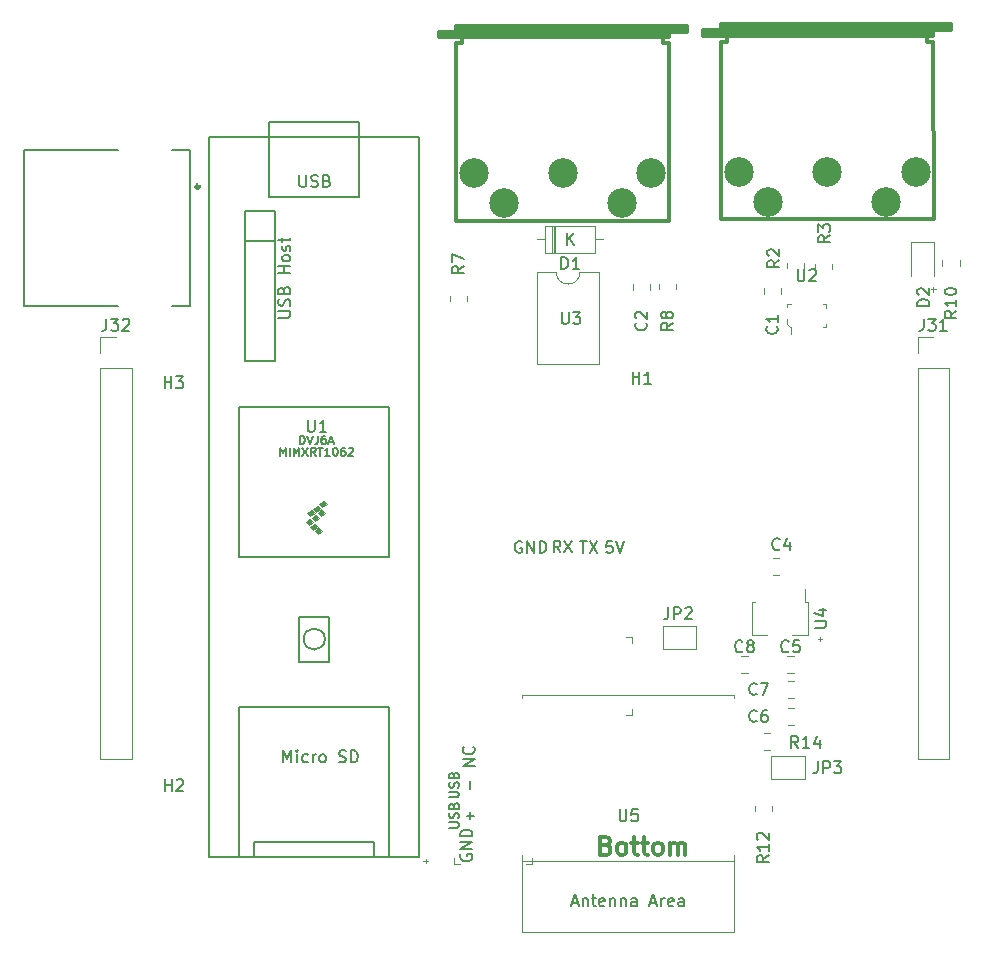
<source format=gbr>
%TF.GenerationSoftware,KiCad,Pcbnew,(6.0.2)*%
%TF.CreationDate,2023-01-30T01:25:14-05:00*%
%TF.ProjectId,bottom,626f7474-6f6d-42e6-9b69-6361645f7063,rev?*%
%TF.SameCoordinates,Original*%
%TF.FileFunction,Legend,Top*%
%TF.FilePolarity,Positive*%
%FSLAX46Y46*%
G04 Gerber Fmt 4.6, Leading zero omitted, Abs format (unit mm)*
G04 Created by KiCad (PCBNEW (6.0.2)) date 2023-01-30 01:25:14*
%MOMM*%
%LPD*%
G01*
G04 APERTURE LIST*
%ADD10C,0.200000*%
%ADD11C,0.300000*%
%ADD12C,0.125000*%
%ADD13C,0.150000*%
%ADD14C,0.120000*%
%ADD15C,0.100000*%
%ADD16C,0.304800*%
%ADD17C,0.127000*%
%ADD18C,2.499360*%
G04 APERTURE END LIST*
D10*
X144409860Y-134741904D02*
X144362240Y-134837142D01*
X144362240Y-134980000D01*
X144409860Y-135122857D01*
X144505098Y-135218095D01*
X144600336Y-135265714D01*
X144790812Y-135313333D01*
X144933669Y-135313333D01*
X145124145Y-135265714D01*
X145219383Y-135218095D01*
X145314621Y-135122857D01*
X145362240Y-134980000D01*
X145362240Y-134884761D01*
X145314621Y-134741904D01*
X145267002Y-134694285D01*
X144933669Y-134694285D01*
X144933669Y-134884761D01*
X145362240Y-134265714D02*
X144362240Y-134265714D01*
X145362240Y-133694285D01*
X144362240Y-133694285D01*
X145362240Y-133218095D02*
X144362240Y-133218095D01*
X144362240Y-132980000D01*
X144409860Y-132837142D01*
X144505098Y-132741904D01*
X144600336Y-132694285D01*
X144790812Y-132646666D01*
X144933669Y-132646666D01*
X145124145Y-132694285D01*
X145219383Y-132741904D01*
X145314621Y-132837142D01*
X145362240Y-132980000D01*
X145362240Y-133218095D01*
X152835733Y-109182380D02*
X152502400Y-108706190D01*
X152264304Y-109182380D02*
X152264304Y-108182380D01*
X152645257Y-108182380D01*
X152740495Y-108230000D01*
X152788114Y-108277619D01*
X152835733Y-108372857D01*
X152835733Y-108515714D01*
X152788114Y-108610952D01*
X152740495Y-108658571D01*
X152645257Y-108706190D01*
X152264304Y-108706190D01*
X153169066Y-108182380D02*
X153835733Y-109182380D01*
X153835733Y-108182380D02*
X153169066Y-109182380D01*
X154490495Y-108232380D02*
X155061923Y-108232380D01*
X154776209Y-109232380D02*
X154776209Y-108232380D01*
X155300019Y-108232380D02*
X155966685Y-109232380D01*
X155966685Y-108232380D02*
X155300019Y-109232380D01*
X145562240Y-127265714D02*
X144562240Y-127265714D01*
X145562240Y-126694285D01*
X144562240Y-126694285D01*
X145467002Y-125646666D02*
X145514621Y-125694285D01*
X145562240Y-125837142D01*
X145562240Y-125932380D01*
X145514621Y-126075238D01*
X145419383Y-126170476D01*
X145324145Y-126218095D01*
X145133669Y-126265714D01*
X144990812Y-126265714D01*
X144800336Y-126218095D01*
X144705098Y-126170476D01*
X144609860Y-126075238D01*
X144562240Y-125932380D01*
X144562240Y-125837142D01*
X144609860Y-125694285D01*
X144657479Y-125646666D01*
X157211923Y-108232380D02*
X156735733Y-108232380D01*
X156688114Y-108708571D01*
X156735733Y-108660952D01*
X156830971Y-108613333D01*
X157069066Y-108613333D01*
X157164304Y-108660952D01*
X157211923Y-108708571D01*
X157259542Y-108803809D01*
X157259542Y-109041904D01*
X157211923Y-109137142D01*
X157164304Y-109184761D01*
X157069066Y-109232380D01*
X156830971Y-109232380D01*
X156735733Y-109184761D01*
X156688114Y-109137142D01*
X157545257Y-108232380D02*
X157878590Y-109232380D01*
X158211923Y-108232380D01*
X149540495Y-108280000D02*
X149445257Y-108232380D01*
X149302400Y-108232380D01*
X149159542Y-108280000D01*
X149064304Y-108375238D01*
X149016685Y-108470476D01*
X148969066Y-108660952D01*
X148969066Y-108803809D01*
X149016685Y-108994285D01*
X149064304Y-109089523D01*
X149159542Y-109184761D01*
X149302400Y-109232380D01*
X149397638Y-109232380D01*
X149540495Y-109184761D01*
X149588114Y-109137142D01*
X149588114Y-108803809D01*
X149397638Y-108803809D01*
X150016685Y-109232380D02*
X150016685Y-108232380D01*
X150588114Y-109232380D01*
X150588114Y-108232380D01*
X151064304Y-109232380D02*
X151064304Y-108232380D01*
X151302400Y-108232380D01*
X151445257Y-108280000D01*
X151540495Y-108375238D01*
X151588114Y-108470476D01*
X151635733Y-108660952D01*
X151635733Y-108803809D01*
X151588114Y-108994285D01*
X151540495Y-109089523D01*
X151445257Y-109184761D01*
X151302400Y-109232380D01*
X151064304Y-109232380D01*
X143427764Y-129889523D02*
X144075383Y-129889523D01*
X144151574Y-129851428D01*
X144189669Y-129813333D01*
X144227764Y-129737142D01*
X144227764Y-129584761D01*
X144189669Y-129508571D01*
X144151574Y-129470476D01*
X144075383Y-129432380D01*
X143427764Y-129432380D01*
X144189669Y-129089523D02*
X144227764Y-128975238D01*
X144227764Y-128784761D01*
X144189669Y-128708571D01*
X144151574Y-128670476D01*
X144075383Y-128632380D01*
X143999193Y-128632380D01*
X143923002Y-128670476D01*
X143884907Y-128708571D01*
X143846812Y-128784761D01*
X143808717Y-128937142D01*
X143770621Y-129013333D01*
X143732526Y-129051428D01*
X143656336Y-129089523D01*
X143580145Y-129089523D01*
X143503955Y-129051428D01*
X143465860Y-129013333D01*
X143427764Y-128937142D01*
X143427764Y-128746666D01*
X143465860Y-128632380D01*
X143808717Y-128022857D02*
X143846812Y-127908571D01*
X143884907Y-127870476D01*
X143961098Y-127832380D01*
X144075383Y-127832380D01*
X144151574Y-127870476D01*
X144189669Y-127908571D01*
X144227764Y-127984761D01*
X144227764Y-128289523D01*
X143427764Y-128289523D01*
X143427764Y-128022857D01*
X143465860Y-127946666D01*
X143503955Y-127908571D01*
X143580145Y-127870476D01*
X143656336Y-127870476D01*
X143732526Y-127908571D01*
X143770621Y-127946666D01*
X143808717Y-128022857D01*
X143808717Y-128289523D01*
X145211002Y-129184761D02*
X145211002Y-128575238D01*
X143427764Y-132489523D02*
X144075383Y-132489523D01*
X144151574Y-132451428D01*
X144189669Y-132413333D01*
X144227764Y-132337142D01*
X144227764Y-132184761D01*
X144189669Y-132108571D01*
X144151574Y-132070476D01*
X144075383Y-132032380D01*
X143427764Y-132032380D01*
X144189669Y-131689523D02*
X144227764Y-131575238D01*
X144227764Y-131384761D01*
X144189669Y-131308571D01*
X144151574Y-131270476D01*
X144075383Y-131232380D01*
X143999193Y-131232380D01*
X143923002Y-131270476D01*
X143884907Y-131308571D01*
X143846812Y-131384761D01*
X143808717Y-131537142D01*
X143770621Y-131613333D01*
X143732526Y-131651428D01*
X143656336Y-131689523D01*
X143580145Y-131689523D01*
X143503955Y-131651428D01*
X143465860Y-131613333D01*
X143427764Y-131537142D01*
X143427764Y-131346666D01*
X143465860Y-131232380D01*
X143808717Y-130622857D02*
X143846812Y-130508571D01*
X143884907Y-130470476D01*
X143961098Y-130432380D01*
X144075383Y-130432380D01*
X144151574Y-130470476D01*
X144189669Y-130508571D01*
X144227764Y-130584761D01*
X144227764Y-130889523D01*
X143427764Y-130889523D01*
X143427764Y-130622857D01*
X143465860Y-130546666D01*
X143503955Y-130508571D01*
X143580145Y-130470476D01*
X143656336Y-130470476D01*
X143732526Y-130508571D01*
X143770621Y-130546666D01*
X143808717Y-130622857D01*
X143808717Y-130889523D01*
X145211002Y-131784761D02*
X145211002Y-131175238D01*
X145515764Y-131480000D02*
X144906240Y-131480000D01*
D11*
X156702717Y-133972857D02*
X156917002Y-134044285D01*
X156988431Y-134115714D01*
X157059860Y-134258571D01*
X157059860Y-134472857D01*
X156988431Y-134615714D01*
X156917002Y-134687142D01*
X156774145Y-134758571D01*
X156202717Y-134758571D01*
X156202717Y-133258571D01*
X156702717Y-133258571D01*
X156845574Y-133330000D01*
X156917002Y-133401428D01*
X156988431Y-133544285D01*
X156988431Y-133687142D01*
X156917002Y-133830000D01*
X156845574Y-133901428D01*
X156702717Y-133972857D01*
X156202717Y-133972857D01*
X157917002Y-134758571D02*
X157774145Y-134687142D01*
X157702717Y-134615714D01*
X157631288Y-134472857D01*
X157631288Y-134044285D01*
X157702717Y-133901428D01*
X157774145Y-133830000D01*
X157917002Y-133758571D01*
X158131288Y-133758571D01*
X158274145Y-133830000D01*
X158345574Y-133901428D01*
X158417002Y-134044285D01*
X158417002Y-134472857D01*
X158345574Y-134615714D01*
X158274145Y-134687142D01*
X158131288Y-134758571D01*
X157917002Y-134758571D01*
X158845574Y-133758571D02*
X159417002Y-133758571D01*
X159059860Y-133258571D02*
X159059860Y-134544285D01*
X159131288Y-134687142D01*
X159274145Y-134758571D01*
X159417002Y-134758571D01*
X159702717Y-133758571D02*
X160274145Y-133758571D01*
X159917002Y-133258571D02*
X159917002Y-134544285D01*
X159988431Y-134687142D01*
X160131288Y-134758571D01*
X160274145Y-134758571D01*
X160988431Y-134758571D02*
X160845574Y-134687142D01*
X160774145Y-134615714D01*
X160702717Y-134472857D01*
X160702717Y-134044285D01*
X160774145Y-133901428D01*
X160845574Y-133830000D01*
X160988431Y-133758571D01*
X161202717Y-133758571D01*
X161345574Y-133830000D01*
X161417002Y-133901428D01*
X161488431Y-134044285D01*
X161488431Y-134472857D01*
X161417002Y-134615714D01*
X161345574Y-134687142D01*
X161202717Y-134758571D01*
X160988431Y-134758571D01*
X162131288Y-134758571D02*
X162131288Y-133758571D01*
X162131288Y-133901428D02*
X162202717Y-133830000D01*
X162345574Y-133758571D01*
X162559860Y-133758571D01*
X162702717Y-133830000D01*
X162774145Y-133972857D01*
X162774145Y-134758571D01*
X162774145Y-133972857D02*
X162845574Y-133830000D01*
X162988431Y-133758571D01*
X163202717Y-133758571D01*
X163345574Y-133830000D01*
X163417002Y-133972857D01*
X163417002Y-134758571D01*
D12*
X174619383Y-116515714D02*
X175000336Y-116515714D01*
X174809860Y-116706190D02*
X174809860Y-116325238D01*
X141219383Y-135315714D02*
X141600336Y-135315714D01*
X141409860Y-135506190D02*
X141409860Y-135125238D01*
X184219383Y-86915714D02*
X184600336Y-86915714D01*
X184409860Y-87106190D02*
X184409860Y-86725238D01*
D13*
%TO.C,R3*%
X175662240Y-82346666D02*
X175186050Y-82680000D01*
X175662240Y-82918095D02*
X174662240Y-82918095D01*
X174662240Y-82537142D01*
X174709860Y-82441904D01*
X174757479Y-82394285D01*
X174852717Y-82346666D01*
X174995574Y-82346666D01*
X175090812Y-82394285D01*
X175138431Y-82441904D01*
X175186050Y-82537142D01*
X175186050Y-82918095D01*
X174662240Y-82013333D02*
X174662240Y-81394285D01*
X175043193Y-81727619D01*
X175043193Y-81584761D01*
X175090812Y-81489523D01*
X175138431Y-81441904D01*
X175233669Y-81394285D01*
X175471764Y-81394285D01*
X175567002Y-81441904D01*
X175614621Y-81489523D01*
X175662240Y-81584761D01*
X175662240Y-81870476D01*
X175614621Y-81965714D01*
X175567002Y-82013333D01*
%TO.C,R14*%
X172967002Y-125732380D02*
X172633669Y-125256190D01*
X172395574Y-125732380D02*
X172395574Y-124732380D01*
X172776526Y-124732380D01*
X172871764Y-124780000D01*
X172919383Y-124827619D01*
X172967002Y-124922857D01*
X172967002Y-125065714D01*
X172919383Y-125160952D01*
X172871764Y-125208571D01*
X172776526Y-125256190D01*
X172395574Y-125256190D01*
X173919383Y-125732380D02*
X173347955Y-125732380D01*
X173633669Y-125732380D02*
X173633669Y-124732380D01*
X173538431Y-124875238D01*
X173443193Y-124970476D01*
X173347955Y-125018095D01*
X174776526Y-125065714D02*
X174776526Y-125732380D01*
X174538431Y-124684761D02*
X174300336Y-125399047D01*
X174919383Y-125399047D01*
%TO.C,H2*%
X119340495Y-129382380D02*
X119340495Y-128382380D01*
X119340495Y-128858571D02*
X119911923Y-128858571D01*
X119911923Y-129382380D02*
X119911923Y-128382380D01*
X120340495Y-128477619D02*
X120388114Y-128430000D01*
X120483352Y-128382380D01*
X120721447Y-128382380D01*
X120816685Y-128430000D01*
X120864304Y-128477619D01*
X120911923Y-128572857D01*
X120911923Y-128668095D01*
X120864304Y-128810952D01*
X120292876Y-129382380D01*
X120911923Y-129382380D01*
%TO.C,U4*%
X174354780Y-115541904D02*
X175164304Y-115541904D01*
X175259542Y-115494285D01*
X175307161Y-115446666D01*
X175354780Y-115351428D01*
X175354780Y-115160952D01*
X175307161Y-115065714D01*
X175259542Y-115018095D01*
X175164304Y-114970476D01*
X174354780Y-114970476D01*
X174688114Y-114065714D02*
X175354780Y-114065714D01*
X174307161Y-114303809D02*
X175021447Y-114541904D01*
X175021447Y-113922857D01*
%TO.C,D2*%
X184062240Y-88318095D02*
X183062240Y-88318095D01*
X183062240Y-88080000D01*
X183109860Y-87937142D01*
X183205098Y-87841904D01*
X183300336Y-87794285D01*
X183490812Y-87746666D01*
X183633669Y-87746666D01*
X183824145Y-87794285D01*
X183919383Y-87841904D01*
X184014621Y-87937142D01*
X184062240Y-88080000D01*
X184062240Y-88318095D01*
X183157479Y-87365714D02*
X183109860Y-87318095D01*
X183062240Y-87222857D01*
X183062240Y-86984761D01*
X183109860Y-86889523D01*
X183157479Y-86841904D01*
X183252717Y-86794285D01*
X183347955Y-86794285D01*
X183490812Y-86841904D01*
X184062240Y-87413333D01*
X184062240Y-86794285D01*
%TO.C,C8*%
X168243193Y-117537142D02*
X168195574Y-117584761D01*
X168052717Y-117632380D01*
X167957479Y-117632380D01*
X167814621Y-117584761D01*
X167719383Y-117489523D01*
X167671764Y-117394285D01*
X167624145Y-117203809D01*
X167624145Y-117060952D01*
X167671764Y-116870476D01*
X167719383Y-116775238D01*
X167814621Y-116680000D01*
X167957479Y-116632380D01*
X168052717Y-116632380D01*
X168195574Y-116680000D01*
X168243193Y-116727619D01*
X168814621Y-117060952D02*
X168719383Y-117013333D01*
X168671764Y-116965714D01*
X168624145Y-116870476D01*
X168624145Y-116822857D01*
X168671764Y-116727619D01*
X168719383Y-116680000D01*
X168814621Y-116632380D01*
X169005098Y-116632380D01*
X169100336Y-116680000D01*
X169147955Y-116727619D01*
X169195574Y-116822857D01*
X169195574Y-116870476D01*
X169147955Y-116965714D01*
X169100336Y-117013333D01*
X169005098Y-117060952D01*
X168814621Y-117060952D01*
X168719383Y-117108571D01*
X168671764Y-117156190D01*
X168624145Y-117251428D01*
X168624145Y-117441904D01*
X168671764Y-117537142D01*
X168719383Y-117584761D01*
X168814621Y-117632380D01*
X169005098Y-117632380D01*
X169100336Y-117584761D01*
X169147955Y-117537142D01*
X169195574Y-117441904D01*
X169195574Y-117251428D01*
X169147955Y-117156190D01*
X169100336Y-117108571D01*
X169005098Y-117060952D01*
%TO.C,U2*%
X172915495Y-85207380D02*
X172915495Y-86016904D01*
X172963114Y-86112142D01*
X173010733Y-86159761D01*
X173105971Y-86207380D01*
X173296447Y-86207380D01*
X173391685Y-86159761D01*
X173439304Y-86112142D01*
X173486923Y-86016904D01*
X173486923Y-85207380D01*
X173915495Y-85302619D02*
X173963114Y-85255000D01*
X174058352Y-85207380D01*
X174296447Y-85207380D01*
X174391685Y-85255000D01*
X174439304Y-85302619D01*
X174486923Y-85397857D01*
X174486923Y-85493095D01*
X174439304Y-85635952D01*
X173867876Y-86207380D01*
X174486923Y-86207380D01*
%TO.C,C5*%
X172143193Y-117537142D02*
X172095574Y-117584761D01*
X171952717Y-117632380D01*
X171857479Y-117632380D01*
X171714621Y-117584761D01*
X171619383Y-117489523D01*
X171571764Y-117394285D01*
X171524145Y-117203809D01*
X171524145Y-117060952D01*
X171571764Y-116870476D01*
X171619383Y-116775238D01*
X171714621Y-116680000D01*
X171857479Y-116632380D01*
X171952717Y-116632380D01*
X172095574Y-116680000D01*
X172143193Y-116727619D01*
X173047955Y-116632380D02*
X172571764Y-116632380D01*
X172524145Y-117108571D01*
X172571764Y-117060952D01*
X172667002Y-117013333D01*
X172905098Y-117013333D01*
X173000336Y-117060952D01*
X173047955Y-117108571D01*
X173095574Y-117203809D01*
X173095574Y-117441904D01*
X173047955Y-117537142D01*
X173000336Y-117584761D01*
X172905098Y-117632380D01*
X172667002Y-117632380D01*
X172571764Y-117584761D01*
X172524145Y-117537142D01*
%TO.C,D1*%
X152914304Y-85187520D02*
X152914304Y-84187520D01*
X153152400Y-84187520D01*
X153295257Y-84235140D01*
X153390495Y-84330378D01*
X153438114Y-84425616D01*
X153485733Y-84616092D01*
X153485733Y-84758949D01*
X153438114Y-84949425D01*
X153390495Y-85044663D01*
X153295257Y-85139901D01*
X153152400Y-85187520D01*
X152914304Y-85187520D01*
X154438114Y-85187520D02*
X153866685Y-85187520D01*
X154152400Y-85187520D02*
X154152400Y-84187520D01*
X154057161Y-84330378D01*
X153961923Y-84425616D01*
X153866685Y-84473235D01*
X153430495Y-83132380D02*
X153430495Y-82132380D01*
X154001923Y-83132380D02*
X153573352Y-82560952D01*
X154001923Y-82132380D02*
X153430495Y-82703809D01*
%TO.C,H1*%
X158940495Y-94882380D02*
X158940495Y-93882380D01*
X158940495Y-94358571D02*
X159511923Y-94358571D01*
X159511923Y-94882380D02*
X159511923Y-93882380D01*
X160511923Y-94882380D02*
X159940495Y-94882380D01*
X160226209Y-94882380D02*
X160226209Y-93882380D01*
X160130971Y-94025238D01*
X160035733Y-94120476D01*
X159940495Y-94168095D01*
%TO.C,U5*%
X157847955Y-130932380D02*
X157847955Y-131741904D01*
X157895574Y-131837142D01*
X157943193Y-131884761D01*
X158038431Y-131932380D01*
X158228907Y-131932380D01*
X158324145Y-131884761D01*
X158371764Y-131837142D01*
X158419383Y-131741904D01*
X158419383Y-130932380D01*
X159371764Y-130932380D02*
X158895574Y-130932380D01*
X158847955Y-131408571D01*
X158895574Y-131360952D01*
X158990812Y-131313333D01*
X159228907Y-131313333D01*
X159324145Y-131360952D01*
X159371764Y-131408571D01*
X159419383Y-131503809D01*
X159419383Y-131741904D01*
X159371764Y-131837142D01*
X159324145Y-131884761D01*
X159228907Y-131932380D01*
X158990812Y-131932380D01*
X158895574Y-131884761D01*
X158847955Y-131837142D01*
X153797955Y-138846666D02*
X154274145Y-138846666D01*
X153702717Y-139132380D02*
X154036050Y-138132380D01*
X154369383Y-139132380D01*
X154702717Y-138465714D02*
X154702717Y-139132380D01*
X154702717Y-138560952D02*
X154750336Y-138513333D01*
X154845574Y-138465714D01*
X154988431Y-138465714D01*
X155083669Y-138513333D01*
X155131288Y-138608571D01*
X155131288Y-139132380D01*
X155464621Y-138465714D02*
X155845574Y-138465714D01*
X155607479Y-138132380D02*
X155607479Y-138989523D01*
X155655098Y-139084761D01*
X155750336Y-139132380D01*
X155845574Y-139132380D01*
X156559860Y-139084761D02*
X156464621Y-139132380D01*
X156274145Y-139132380D01*
X156178907Y-139084761D01*
X156131288Y-138989523D01*
X156131288Y-138608571D01*
X156178907Y-138513333D01*
X156274145Y-138465714D01*
X156464621Y-138465714D01*
X156559860Y-138513333D01*
X156607479Y-138608571D01*
X156607479Y-138703809D01*
X156131288Y-138799047D01*
X157036050Y-138465714D02*
X157036050Y-139132380D01*
X157036050Y-138560952D02*
X157083669Y-138513333D01*
X157178907Y-138465714D01*
X157321764Y-138465714D01*
X157417002Y-138513333D01*
X157464621Y-138608571D01*
X157464621Y-139132380D01*
X157940812Y-138465714D02*
X157940812Y-139132380D01*
X157940812Y-138560952D02*
X157988431Y-138513333D01*
X158083669Y-138465714D01*
X158226526Y-138465714D01*
X158321764Y-138513333D01*
X158369383Y-138608571D01*
X158369383Y-139132380D01*
X159274145Y-139132380D02*
X159274145Y-138608571D01*
X159226526Y-138513333D01*
X159131288Y-138465714D01*
X158940812Y-138465714D01*
X158845574Y-138513333D01*
X159274145Y-139084761D02*
X159178907Y-139132380D01*
X158940812Y-139132380D01*
X158845574Y-139084761D01*
X158797955Y-138989523D01*
X158797955Y-138894285D01*
X158845574Y-138799047D01*
X158940812Y-138751428D01*
X159178907Y-138751428D01*
X159274145Y-138703809D01*
X160464621Y-138846666D02*
X160940812Y-138846666D01*
X160369383Y-139132380D02*
X160702717Y-138132380D01*
X161036050Y-139132380D01*
X161369383Y-139132380D02*
X161369383Y-138465714D01*
X161369383Y-138656190D02*
X161417002Y-138560952D01*
X161464621Y-138513333D01*
X161559860Y-138465714D01*
X161655098Y-138465714D01*
X162369383Y-139084761D02*
X162274145Y-139132380D01*
X162083669Y-139132380D01*
X161988431Y-139084761D01*
X161940812Y-138989523D01*
X161940812Y-138608571D01*
X161988431Y-138513333D01*
X162083669Y-138465714D01*
X162274145Y-138465714D01*
X162369383Y-138513333D01*
X162417002Y-138608571D01*
X162417002Y-138703809D01*
X161940812Y-138799047D01*
X163274145Y-139132380D02*
X163274145Y-138608571D01*
X163226526Y-138513333D01*
X163131288Y-138465714D01*
X162940812Y-138465714D01*
X162845574Y-138513333D01*
X163274145Y-139084761D02*
X163178907Y-139132380D01*
X162940812Y-139132380D01*
X162845574Y-139084761D01*
X162797955Y-138989523D01*
X162797955Y-138894285D01*
X162845574Y-138799047D01*
X162940812Y-138751428D01*
X163178907Y-138751428D01*
X163274145Y-138703809D01*
%TO.C,R8*%
X162362240Y-89746666D02*
X161886050Y-90080000D01*
X162362240Y-90318095D02*
X161362240Y-90318095D01*
X161362240Y-89937142D01*
X161409860Y-89841904D01*
X161457479Y-89794285D01*
X161552717Y-89746666D01*
X161695574Y-89746666D01*
X161790812Y-89794285D01*
X161838431Y-89841904D01*
X161886050Y-89937142D01*
X161886050Y-90318095D01*
X161790812Y-89175238D02*
X161743193Y-89270476D01*
X161695574Y-89318095D01*
X161600336Y-89365714D01*
X161552717Y-89365714D01*
X161457479Y-89318095D01*
X161409860Y-89270476D01*
X161362240Y-89175238D01*
X161362240Y-88984761D01*
X161409860Y-88889523D01*
X161457479Y-88841904D01*
X161552717Y-88794285D01*
X161600336Y-88794285D01*
X161695574Y-88841904D01*
X161743193Y-88889523D01*
X161790812Y-88984761D01*
X161790812Y-89175238D01*
X161838431Y-89270476D01*
X161886050Y-89318095D01*
X161981288Y-89365714D01*
X162171764Y-89365714D01*
X162267002Y-89318095D01*
X162314621Y-89270476D01*
X162362240Y-89175238D01*
X162362240Y-88984761D01*
X162314621Y-88889523D01*
X162267002Y-88841904D01*
X162171764Y-88794285D01*
X161981288Y-88794285D01*
X161886050Y-88841904D01*
X161838431Y-88889523D01*
X161790812Y-88984761D01*
%TO.C,R7*%
X144662240Y-84946666D02*
X144186050Y-85280000D01*
X144662240Y-85518095D02*
X143662240Y-85518095D01*
X143662240Y-85137142D01*
X143709860Y-85041904D01*
X143757479Y-84994285D01*
X143852717Y-84946666D01*
X143995574Y-84946666D01*
X144090812Y-84994285D01*
X144138431Y-85041904D01*
X144186050Y-85137142D01*
X144186050Y-85518095D01*
X143662240Y-84613333D02*
X143662240Y-83946666D01*
X144662240Y-84375238D01*
%TO.C,J32*%
X114392876Y-89402380D02*
X114392876Y-90116666D01*
X114345257Y-90259523D01*
X114250019Y-90354761D01*
X114107161Y-90402380D01*
X114011923Y-90402380D01*
X114773828Y-89402380D02*
X115392876Y-89402380D01*
X115059542Y-89783333D01*
X115202400Y-89783333D01*
X115297638Y-89830952D01*
X115345257Y-89878571D01*
X115392876Y-89973809D01*
X115392876Y-90211904D01*
X115345257Y-90307142D01*
X115297638Y-90354761D01*
X115202400Y-90402380D01*
X114916685Y-90402380D01*
X114821447Y-90354761D01*
X114773828Y-90307142D01*
X115773828Y-89497619D02*
X115821447Y-89450000D01*
X115916685Y-89402380D01*
X116154780Y-89402380D01*
X116250019Y-89450000D01*
X116297638Y-89497619D01*
X116345257Y-89592857D01*
X116345257Y-89688095D01*
X116297638Y-89830952D01*
X115726209Y-90402380D01*
X116345257Y-90402380D01*
%TO.C,C2*%
X160067002Y-89746666D02*
X160114621Y-89794285D01*
X160162240Y-89937142D01*
X160162240Y-90032380D01*
X160114621Y-90175238D01*
X160019383Y-90270476D01*
X159924145Y-90318095D01*
X159733669Y-90365714D01*
X159590812Y-90365714D01*
X159400336Y-90318095D01*
X159305098Y-90270476D01*
X159209860Y-90175238D01*
X159162240Y-90032380D01*
X159162240Y-89937142D01*
X159209860Y-89794285D01*
X159257479Y-89746666D01*
X159257479Y-89365714D02*
X159209860Y-89318095D01*
X159162240Y-89222857D01*
X159162240Y-88984761D01*
X159209860Y-88889523D01*
X159257479Y-88841904D01*
X159352717Y-88794285D01*
X159447955Y-88794285D01*
X159590812Y-88841904D01*
X160162240Y-89413333D01*
X160162240Y-88794285D01*
%TO.C,R12*%
X170462240Y-134822857D02*
X169986050Y-135156190D01*
X170462240Y-135394285D02*
X169462240Y-135394285D01*
X169462240Y-135013333D01*
X169509860Y-134918095D01*
X169557479Y-134870476D01*
X169652717Y-134822857D01*
X169795574Y-134822857D01*
X169890812Y-134870476D01*
X169938431Y-134918095D01*
X169986050Y-135013333D01*
X169986050Y-135394285D01*
X170462240Y-133870476D02*
X170462240Y-134441904D01*
X170462240Y-134156190D02*
X169462240Y-134156190D01*
X169605098Y-134251428D01*
X169700336Y-134346666D01*
X169747955Y-134441904D01*
X169557479Y-133489523D02*
X169509860Y-133441904D01*
X169462240Y-133346666D01*
X169462240Y-133108571D01*
X169509860Y-133013333D01*
X169557479Y-132965714D01*
X169652717Y-132918095D01*
X169747955Y-132918095D01*
X169890812Y-132965714D01*
X170462240Y-133537142D01*
X170462240Y-132918095D01*
%TO.C,JP3*%
X174619066Y-126882380D02*
X174619066Y-127596666D01*
X174571447Y-127739523D01*
X174476209Y-127834761D01*
X174333352Y-127882380D01*
X174238114Y-127882380D01*
X175095257Y-127882380D02*
X175095257Y-126882380D01*
X175476209Y-126882380D01*
X175571447Y-126930000D01*
X175619066Y-126977619D01*
X175666685Y-127072857D01*
X175666685Y-127215714D01*
X175619066Y-127310952D01*
X175571447Y-127358571D01*
X175476209Y-127406190D01*
X175095257Y-127406190D01*
X176000019Y-126882380D02*
X176619066Y-126882380D01*
X176285733Y-127263333D01*
X176428590Y-127263333D01*
X176523828Y-127310952D01*
X176571447Y-127358571D01*
X176619066Y-127453809D01*
X176619066Y-127691904D01*
X176571447Y-127787142D01*
X176523828Y-127834761D01*
X176428590Y-127882380D01*
X176142876Y-127882380D01*
X176047638Y-127834761D01*
X176000019Y-127787142D01*
%TO.C,R10*%
X186362240Y-88722857D02*
X185886050Y-89056190D01*
X186362240Y-89294285D02*
X185362240Y-89294285D01*
X185362240Y-88913333D01*
X185409860Y-88818095D01*
X185457479Y-88770476D01*
X185552717Y-88722857D01*
X185695574Y-88722857D01*
X185790812Y-88770476D01*
X185838431Y-88818095D01*
X185886050Y-88913333D01*
X185886050Y-89294285D01*
X186362240Y-87770476D02*
X186362240Y-88341904D01*
X186362240Y-88056190D02*
X185362240Y-88056190D01*
X185505098Y-88151428D01*
X185600336Y-88246666D01*
X185647955Y-88341904D01*
X185362240Y-87151428D02*
X185362240Y-87056190D01*
X185409860Y-86960952D01*
X185457479Y-86913333D01*
X185552717Y-86865714D01*
X185743193Y-86818095D01*
X185981288Y-86818095D01*
X186171764Y-86865714D01*
X186267002Y-86913333D01*
X186314621Y-86960952D01*
X186362240Y-87056190D01*
X186362240Y-87151428D01*
X186314621Y-87246666D01*
X186267002Y-87294285D01*
X186171764Y-87341904D01*
X185981288Y-87389523D01*
X185743193Y-87389523D01*
X185552717Y-87341904D01*
X185457479Y-87294285D01*
X185409860Y-87246666D01*
X185362240Y-87151428D01*
%TO.C,C6*%
X169443193Y-123437142D02*
X169395574Y-123484761D01*
X169252717Y-123532380D01*
X169157479Y-123532380D01*
X169014621Y-123484761D01*
X168919383Y-123389523D01*
X168871764Y-123294285D01*
X168824145Y-123103809D01*
X168824145Y-122960952D01*
X168871764Y-122770476D01*
X168919383Y-122675238D01*
X169014621Y-122580000D01*
X169157479Y-122532380D01*
X169252717Y-122532380D01*
X169395574Y-122580000D01*
X169443193Y-122627619D01*
X170300336Y-122532380D02*
X170109860Y-122532380D01*
X170014621Y-122580000D01*
X169967002Y-122627619D01*
X169871764Y-122770476D01*
X169824145Y-122960952D01*
X169824145Y-123341904D01*
X169871764Y-123437142D01*
X169919383Y-123484761D01*
X170014621Y-123532380D01*
X170205098Y-123532380D01*
X170300336Y-123484761D01*
X170347955Y-123437142D01*
X170395574Y-123341904D01*
X170395574Y-123103809D01*
X170347955Y-123008571D01*
X170300336Y-122960952D01*
X170205098Y-122913333D01*
X170014621Y-122913333D01*
X169919383Y-122960952D01*
X169871764Y-123008571D01*
X169824145Y-123103809D01*
%TO.C,C7*%
X169443193Y-121137142D02*
X169395574Y-121184761D01*
X169252717Y-121232380D01*
X169157479Y-121232380D01*
X169014621Y-121184761D01*
X168919383Y-121089523D01*
X168871764Y-120994285D01*
X168824145Y-120803809D01*
X168824145Y-120660952D01*
X168871764Y-120470476D01*
X168919383Y-120375238D01*
X169014621Y-120280000D01*
X169157479Y-120232380D01*
X169252717Y-120232380D01*
X169395574Y-120280000D01*
X169443193Y-120327619D01*
X169776526Y-120232380D02*
X170443193Y-120232380D01*
X170014621Y-121232380D01*
%TO.C,U1*%
X131441315Y-97953700D02*
X131441315Y-98763224D01*
X131488934Y-98858462D01*
X131536553Y-98906081D01*
X131631791Y-98953700D01*
X131822267Y-98953700D01*
X131917505Y-98906081D01*
X131965124Y-98858462D01*
X132012743Y-98763224D01*
X132012743Y-97953700D01*
X133012743Y-98953700D02*
X132441315Y-98953700D01*
X132727029Y-98953700D02*
X132727029Y-97953700D01*
X132631791Y-98096558D01*
X132536553Y-98191796D01*
X132441315Y-98239415D01*
X130786526Y-100006706D02*
X130786526Y-99306706D01*
X130953193Y-99306706D01*
X131053193Y-99340040D01*
X131119860Y-99406706D01*
X131153193Y-99473373D01*
X131186526Y-99606706D01*
X131186526Y-99706706D01*
X131153193Y-99840040D01*
X131119860Y-99906706D01*
X131053193Y-99973373D01*
X130953193Y-100006706D01*
X130786526Y-100006706D01*
X131386526Y-99306706D02*
X131619860Y-100006706D01*
X131853193Y-99306706D01*
X132286526Y-99306706D02*
X132286526Y-99806706D01*
X132253193Y-99906706D01*
X132186526Y-99973373D01*
X132086526Y-100006706D01*
X132019860Y-100006706D01*
X132919860Y-99306706D02*
X132786526Y-99306706D01*
X132719860Y-99340040D01*
X132686526Y-99373373D01*
X132619860Y-99473373D01*
X132586526Y-99606706D01*
X132586526Y-99873373D01*
X132619860Y-99940040D01*
X132653193Y-99973373D01*
X132719860Y-100006706D01*
X132853193Y-100006706D01*
X132919860Y-99973373D01*
X132953193Y-99940040D01*
X132986526Y-99873373D01*
X132986526Y-99706706D01*
X132953193Y-99640040D01*
X132919860Y-99606706D01*
X132853193Y-99573373D01*
X132719860Y-99573373D01*
X132653193Y-99606706D01*
X132619860Y-99640040D01*
X132586526Y-99706706D01*
X133253193Y-99806706D02*
X133586526Y-99806706D01*
X133186526Y-100006706D02*
X133419860Y-99306706D01*
X133653193Y-100006706D01*
X129381352Y-126947040D02*
X129381352Y-125947040D01*
X129714685Y-126661326D01*
X130048019Y-125947040D01*
X130048019Y-126947040D01*
X130524209Y-126947040D02*
X130524209Y-126280374D01*
X130524209Y-125947040D02*
X130476590Y-125994660D01*
X130524209Y-126042279D01*
X130571828Y-125994660D01*
X130524209Y-125947040D01*
X130524209Y-126042279D01*
X131428971Y-126899421D02*
X131333733Y-126947040D01*
X131143257Y-126947040D01*
X131048019Y-126899421D01*
X131000400Y-126851802D01*
X130952780Y-126756564D01*
X130952780Y-126470850D01*
X131000400Y-126375612D01*
X131048019Y-126327993D01*
X131143257Y-126280374D01*
X131333733Y-126280374D01*
X131428971Y-126327993D01*
X131857542Y-126947040D02*
X131857542Y-126280374D01*
X131857542Y-126470850D02*
X131905161Y-126375612D01*
X131952780Y-126327993D01*
X132048019Y-126280374D01*
X132143257Y-126280374D01*
X132619447Y-126947040D02*
X132524209Y-126899421D01*
X132476590Y-126851802D01*
X132428971Y-126756564D01*
X132428971Y-126470850D01*
X132476590Y-126375612D01*
X132524209Y-126327993D01*
X132619447Y-126280374D01*
X132762304Y-126280374D01*
X132857542Y-126327993D01*
X132905161Y-126375612D01*
X132952780Y-126470850D01*
X132952780Y-126756564D01*
X132905161Y-126851802D01*
X132857542Y-126899421D01*
X132762304Y-126947040D01*
X132619447Y-126947040D01*
X134095638Y-126899421D02*
X134238495Y-126947040D01*
X134476590Y-126947040D01*
X134571828Y-126899421D01*
X134619447Y-126851802D01*
X134667066Y-126756564D01*
X134667066Y-126661326D01*
X134619447Y-126566088D01*
X134571828Y-126518469D01*
X134476590Y-126470850D01*
X134286114Y-126423231D01*
X134190876Y-126375612D01*
X134143257Y-126327993D01*
X134095638Y-126232755D01*
X134095638Y-126137517D01*
X134143257Y-126042279D01*
X134190876Y-125994660D01*
X134286114Y-125947040D01*
X134524209Y-125947040D01*
X134667066Y-125994660D01*
X135095638Y-126947040D02*
X135095638Y-125947040D01*
X135333733Y-125947040D01*
X135476590Y-125994660D01*
X135571828Y-126089898D01*
X135619447Y-126185136D01*
X135667066Y-126375612D01*
X135667066Y-126518469D01*
X135619447Y-126708945D01*
X135571828Y-126804183D01*
X135476590Y-126899421D01*
X135333733Y-126947040D01*
X135095638Y-126947040D01*
X128953040Y-89293723D02*
X129762564Y-89293723D01*
X129857802Y-89246104D01*
X129905421Y-89198485D01*
X129953040Y-89103247D01*
X129953040Y-88912771D01*
X129905421Y-88817533D01*
X129857802Y-88769914D01*
X129762564Y-88722295D01*
X128953040Y-88722295D01*
X129905421Y-88293723D02*
X129953040Y-88150866D01*
X129953040Y-87912771D01*
X129905421Y-87817533D01*
X129857802Y-87769914D01*
X129762564Y-87722295D01*
X129667326Y-87722295D01*
X129572088Y-87769914D01*
X129524469Y-87817533D01*
X129476850Y-87912771D01*
X129429231Y-88103247D01*
X129381612Y-88198485D01*
X129333993Y-88246104D01*
X129238755Y-88293723D01*
X129143517Y-88293723D01*
X129048279Y-88246104D01*
X129000660Y-88198485D01*
X128953040Y-88103247D01*
X128953040Y-87865152D01*
X129000660Y-87722295D01*
X129429231Y-86960390D02*
X129476850Y-86817533D01*
X129524469Y-86769914D01*
X129619707Y-86722295D01*
X129762564Y-86722295D01*
X129857802Y-86769914D01*
X129905421Y-86817533D01*
X129953040Y-86912771D01*
X129953040Y-87293723D01*
X128953040Y-87293723D01*
X128953040Y-86960390D01*
X129000660Y-86865152D01*
X129048279Y-86817533D01*
X129143517Y-86769914D01*
X129238755Y-86769914D01*
X129333993Y-86817533D01*
X129381612Y-86865152D01*
X129429231Y-86960390D01*
X129429231Y-87293723D01*
X129953040Y-85531819D02*
X128953040Y-85531819D01*
X129429231Y-85531819D02*
X129429231Y-84960390D01*
X129953040Y-84960390D02*
X128953040Y-84960390D01*
X129953040Y-84341342D02*
X129905421Y-84436580D01*
X129857802Y-84484200D01*
X129762564Y-84531819D01*
X129476850Y-84531819D01*
X129381612Y-84484200D01*
X129333993Y-84436580D01*
X129286374Y-84341342D01*
X129286374Y-84198485D01*
X129333993Y-84103247D01*
X129381612Y-84055628D01*
X129476850Y-84008009D01*
X129762564Y-84008009D01*
X129857802Y-84055628D01*
X129905421Y-84103247D01*
X129953040Y-84198485D01*
X129953040Y-84341342D01*
X129905421Y-83627057D02*
X129953040Y-83531819D01*
X129953040Y-83341342D01*
X129905421Y-83246104D01*
X129810183Y-83198485D01*
X129762564Y-83198485D01*
X129667326Y-83246104D01*
X129619707Y-83341342D01*
X129619707Y-83484200D01*
X129572088Y-83579438D01*
X129476850Y-83627057D01*
X129429231Y-83627057D01*
X129333993Y-83579438D01*
X129286374Y-83484200D01*
X129286374Y-83341342D01*
X129333993Y-83246104D01*
X129286374Y-82912771D02*
X129286374Y-82531819D01*
X128953040Y-82769914D02*
X129810183Y-82769914D01*
X129905421Y-82722295D01*
X129953040Y-82627057D01*
X129953040Y-82531819D01*
X130727955Y-77232380D02*
X130727955Y-78041904D01*
X130775574Y-78137142D01*
X130823193Y-78184761D01*
X130918431Y-78232380D01*
X131108907Y-78232380D01*
X131204145Y-78184761D01*
X131251764Y-78137142D01*
X131299383Y-78041904D01*
X131299383Y-77232380D01*
X131727955Y-78184761D02*
X131870812Y-78232380D01*
X132108907Y-78232380D01*
X132204145Y-78184761D01*
X132251764Y-78137142D01*
X132299383Y-78041904D01*
X132299383Y-77946666D01*
X132251764Y-77851428D01*
X132204145Y-77803809D01*
X132108907Y-77756190D01*
X131918431Y-77708571D01*
X131823193Y-77660952D01*
X131775574Y-77613333D01*
X131727955Y-77518095D01*
X131727955Y-77422857D01*
X131775574Y-77327619D01*
X131823193Y-77280000D01*
X131918431Y-77232380D01*
X132156526Y-77232380D01*
X132299383Y-77280000D01*
X133061288Y-77708571D02*
X133204145Y-77756190D01*
X133251764Y-77803809D01*
X133299383Y-77899047D01*
X133299383Y-78041904D01*
X133251764Y-78137142D01*
X133204145Y-78184761D01*
X133108907Y-78232380D01*
X132727955Y-78232380D01*
X132727955Y-77232380D01*
X133061288Y-77232380D01*
X133156526Y-77280000D01*
X133204145Y-77327619D01*
X133251764Y-77422857D01*
X133251764Y-77518095D01*
X133204145Y-77613333D01*
X133156526Y-77660952D01*
X133061288Y-77708571D01*
X132727955Y-77708571D01*
X129104646Y-101004926D02*
X129104646Y-100304926D01*
X129337980Y-100804926D01*
X129571313Y-100304926D01*
X129571313Y-101004926D01*
X129904646Y-101004926D02*
X129904646Y-100304926D01*
X130237980Y-101004926D02*
X130237980Y-100304926D01*
X130471313Y-100804926D01*
X130704646Y-100304926D01*
X130704646Y-101004926D01*
X130971313Y-100304926D02*
X131437980Y-101004926D01*
X131437980Y-100304926D02*
X130971313Y-101004926D01*
X132104646Y-101004926D02*
X131871313Y-100671593D01*
X131704646Y-101004926D02*
X131704646Y-100304926D01*
X131971313Y-100304926D01*
X132037980Y-100338260D01*
X132071313Y-100371593D01*
X132104646Y-100438260D01*
X132104646Y-100538260D01*
X132071313Y-100604926D01*
X132037980Y-100638260D01*
X131971313Y-100671593D01*
X131704646Y-100671593D01*
X132304646Y-100304926D02*
X132704646Y-100304926D01*
X132504646Y-101004926D02*
X132504646Y-100304926D01*
X133304646Y-101004926D02*
X132904646Y-101004926D01*
X133104646Y-101004926D02*
X133104646Y-100304926D01*
X133037980Y-100404926D01*
X132971313Y-100471593D01*
X132904646Y-100504926D01*
X133737980Y-100304926D02*
X133804646Y-100304926D01*
X133871313Y-100338260D01*
X133904646Y-100371593D01*
X133937980Y-100438260D01*
X133971313Y-100571593D01*
X133971313Y-100738260D01*
X133937980Y-100871593D01*
X133904646Y-100938260D01*
X133871313Y-100971593D01*
X133804646Y-101004926D01*
X133737980Y-101004926D01*
X133671313Y-100971593D01*
X133637980Y-100938260D01*
X133604646Y-100871593D01*
X133571313Y-100738260D01*
X133571313Y-100571593D01*
X133604646Y-100438260D01*
X133637980Y-100371593D01*
X133671313Y-100338260D01*
X133737980Y-100304926D01*
X134571313Y-100304926D02*
X134437980Y-100304926D01*
X134371313Y-100338260D01*
X134337980Y-100371593D01*
X134271313Y-100471593D01*
X134237980Y-100604926D01*
X134237980Y-100871593D01*
X134271313Y-100938260D01*
X134304646Y-100971593D01*
X134371313Y-101004926D01*
X134504646Y-101004926D01*
X134571313Y-100971593D01*
X134604646Y-100938260D01*
X134637980Y-100871593D01*
X134637980Y-100704926D01*
X134604646Y-100638260D01*
X134571313Y-100604926D01*
X134504646Y-100571593D01*
X134371313Y-100571593D01*
X134304646Y-100604926D01*
X134271313Y-100638260D01*
X134237980Y-100704926D01*
X134904646Y-100371593D02*
X134937980Y-100338260D01*
X135004646Y-100304926D01*
X135171313Y-100304926D01*
X135237980Y-100338260D01*
X135271313Y-100371593D01*
X135304646Y-100438260D01*
X135304646Y-100504926D01*
X135271313Y-100604926D01*
X134871313Y-101004926D01*
X135304646Y-101004926D01*
%TO.C,C1*%
X171159542Y-90046666D02*
X171207161Y-90094285D01*
X171254780Y-90237142D01*
X171254780Y-90332380D01*
X171207161Y-90475238D01*
X171111923Y-90570476D01*
X171016685Y-90618095D01*
X170826209Y-90665714D01*
X170683352Y-90665714D01*
X170492876Y-90618095D01*
X170397638Y-90570476D01*
X170302400Y-90475238D01*
X170254780Y-90332380D01*
X170254780Y-90237142D01*
X170302400Y-90094285D01*
X170350019Y-90046666D01*
X171254780Y-89094285D02*
X171254780Y-89665714D01*
X171254780Y-89380000D02*
X170254780Y-89380000D01*
X170397638Y-89475238D01*
X170492876Y-89570476D01*
X170540495Y-89665714D01*
%TO.C,JP2*%
X161969066Y-113832380D02*
X161969066Y-114546666D01*
X161921447Y-114689523D01*
X161826209Y-114784761D01*
X161683352Y-114832380D01*
X161588114Y-114832380D01*
X162445257Y-114832380D02*
X162445257Y-113832380D01*
X162826209Y-113832380D01*
X162921447Y-113880000D01*
X162969066Y-113927619D01*
X163016685Y-114022857D01*
X163016685Y-114165714D01*
X162969066Y-114260952D01*
X162921447Y-114308571D01*
X162826209Y-114356190D01*
X162445257Y-114356190D01*
X163397638Y-113927619D02*
X163445257Y-113880000D01*
X163540495Y-113832380D01*
X163778590Y-113832380D01*
X163873828Y-113880000D01*
X163921447Y-113927619D01*
X163969066Y-114022857D01*
X163969066Y-114118095D01*
X163921447Y-114260952D01*
X163350019Y-114832380D01*
X163969066Y-114832380D01*
%TO.C,C4*%
X171385733Y-108887142D02*
X171338114Y-108934761D01*
X171195257Y-108982380D01*
X171100019Y-108982380D01*
X170957161Y-108934761D01*
X170861923Y-108839523D01*
X170814304Y-108744285D01*
X170766685Y-108553809D01*
X170766685Y-108410952D01*
X170814304Y-108220476D01*
X170861923Y-108125238D01*
X170957161Y-108030000D01*
X171100019Y-107982380D01*
X171195257Y-107982380D01*
X171338114Y-108030000D01*
X171385733Y-108077619D01*
X172242876Y-108315714D02*
X172242876Y-108982380D01*
X172004780Y-107934761D02*
X171766685Y-108649047D01*
X172385733Y-108649047D01*
%TO.C,J31*%
X183592876Y-89402380D02*
X183592876Y-90116666D01*
X183545257Y-90259523D01*
X183450019Y-90354761D01*
X183307161Y-90402380D01*
X183211923Y-90402380D01*
X183973828Y-89402380D02*
X184592876Y-89402380D01*
X184259542Y-89783333D01*
X184402400Y-89783333D01*
X184497638Y-89830952D01*
X184545257Y-89878571D01*
X184592876Y-89973809D01*
X184592876Y-90211904D01*
X184545257Y-90307142D01*
X184497638Y-90354761D01*
X184402400Y-90402380D01*
X184116685Y-90402380D01*
X184021447Y-90354761D01*
X183973828Y-90307142D01*
X185545257Y-90402380D02*
X184973828Y-90402380D01*
X185259542Y-90402380D02*
X185259542Y-89402380D01*
X185164304Y-89545238D01*
X185069066Y-89640476D01*
X184973828Y-89688095D01*
%TO.C,R2*%
X171362240Y-84446666D02*
X170886050Y-84780000D01*
X171362240Y-85018095D02*
X170362240Y-85018095D01*
X170362240Y-84637142D01*
X170409860Y-84541904D01*
X170457479Y-84494285D01*
X170552717Y-84446666D01*
X170695574Y-84446666D01*
X170790812Y-84494285D01*
X170838431Y-84541904D01*
X170886050Y-84637142D01*
X170886050Y-85018095D01*
X170457479Y-84065714D02*
X170409860Y-84018095D01*
X170362240Y-83922857D01*
X170362240Y-83684761D01*
X170409860Y-83589523D01*
X170457479Y-83541904D01*
X170552717Y-83494285D01*
X170647955Y-83494285D01*
X170790812Y-83541904D01*
X171362240Y-84113333D01*
X171362240Y-83494285D01*
%TO.C,U3*%
X152947955Y-88832380D02*
X152947955Y-89641904D01*
X152995574Y-89737142D01*
X153043193Y-89784761D01*
X153138431Y-89832380D01*
X153328907Y-89832380D01*
X153424145Y-89784761D01*
X153471764Y-89737142D01*
X153519383Y-89641904D01*
X153519383Y-88832380D01*
X153900336Y-88832380D02*
X154519383Y-88832380D01*
X154186050Y-89213333D01*
X154328907Y-89213333D01*
X154424145Y-89260952D01*
X154471764Y-89308571D01*
X154519383Y-89403809D01*
X154519383Y-89641904D01*
X154471764Y-89737142D01*
X154424145Y-89784761D01*
X154328907Y-89832380D01*
X154043193Y-89832380D01*
X153947955Y-89784761D01*
X153900336Y-89737142D01*
%TO.C,H3*%
X119316095Y-95282380D02*
X119316095Y-94282380D01*
X119316095Y-94758571D02*
X119887523Y-94758571D01*
X119887523Y-95282380D02*
X119887523Y-94282380D01*
X120268476Y-94282380D02*
X120887523Y-94282380D01*
X120554190Y-94663333D01*
X120697047Y-94663333D01*
X120792285Y-94710952D01*
X120839904Y-94758571D01*
X120887523Y-94853809D01*
X120887523Y-95091904D01*
X120839904Y-95187142D01*
X120792285Y-95234761D01*
X120697047Y-95282380D01*
X120411333Y-95282380D01*
X120316095Y-95234761D01*
X120268476Y-95187142D01*
D14*
%TO.C,R3*%
X175844860Y-84752936D02*
X175844860Y-85207064D01*
X174374860Y-84752936D02*
X174374860Y-85207064D01*
%TO.C,R14*%
X170082796Y-124445000D02*
X170536924Y-124445000D01*
X170082796Y-125915000D02*
X170536924Y-125915000D01*
D15*
%TO.C,J99*%
X158889860Y-122980000D02*
X158889860Y-122480000D01*
X158889860Y-116380000D02*
X158389860Y-116380000D01*
X158889860Y-116380000D02*
X158889860Y-116880000D01*
X158889860Y-122980000D02*
X158389860Y-122980000D01*
%TO.C,J96*%
X150409860Y-135560000D02*
X150409860Y-135060000D01*
X143809860Y-135560000D02*
X143809860Y-135060000D01*
X150409860Y-135560000D02*
X149909860Y-135560000D01*
X143809860Y-135560000D02*
X144309860Y-135560000D01*
D14*
%TO.C,U4*%
X170352400Y-116140000D02*
X169042400Y-116140000D01*
X173762400Y-113420000D02*
X173532400Y-113420000D01*
X173762400Y-116140000D02*
X172452400Y-116140000D01*
X173762400Y-113420000D02*
X173762400Y-116140000D01*
X173532400Y-112280000D02*
X173532400Y-113420000D01*
X169042400Y-116140000D02*
X169042400Y-113420000D01*
X169042400Y-113420000D02*
X169272400Y-113420000D01*
%TO.C,D2*%
X184469860Y-85755000D02*
X184469860Y-82895000D01*
X182549860Y-82895000D02*
X182549860Y-85755000D01*
X184469860Y-82895000D02*
X182549860Y-82895000D01*
%TO.C,C8*%
X168148608Y-117945000D02*
X168671112Y-117945000D01*
X168148608Y-119415000D02*
X168671112Y-119415000D01*
D15*
%TO.C,U2*%
X175352400Y-88130000D02*
X175352400Y-88455000D01*
X172377400Y-90130000D02*
X172377400Y-90655000D01*
X172377400Y-88130000D02*
X172052400Y-88130000D01*
X175352400Y-90130000D02*
X175352400Y-89830000D01*
X172052400Y-88130000D02*
X172052400Y-88430000D01*
X175027400Y-90130000D02*
X175352400Y-90130000D01*
X175052400Y-88130000D02*
X175352400Y-88130000D01*
X172052400Y-89805000D02*
X172052400Y-89430000D01*
X172052400Y-89805000D02*
X172277400Y-90130000D01*
X172277400Y-90130000D02*
X172377400Y-90130000D01*
D14*
%TO.C,C5*%
X172048608Y-117945000D02*
X172571112Y-117945000D01*
X172048608Y-119415000D02*
X172571112Y-119415000D01*
%TO.C,D1*%
X156422400Y-82680000D02*
X155772400Y-82680000D01*
X152252400Y-81560000D02*
X152252400Y-83800000D01*
X151532400Y-83800000D02*
X155772400Y-83800000D01*
X152132400Y-81560000D02*
X152132400Y-83800000D01*
X152372400Y-81560000D02*
X152372400Y-83800000D01*
X151532400Y-81560000D02*
X151532400Y-83800000D01*
X155772400Y-81560000D02*
X151532400Y-81560000D01*
X155772400Y-83800000D02*
X155772400Y-81560000D01*
X150882400Y-82680000D02*
X151532400Y-82680000D01*
%TO.C,U5*%
X167559860Y-121280000D02*
X167559860Y-121530000D01*
X167559860Y-141280000D02*
X167559860Y-134780000D01*
X149559860Y-121530000D02*
X149559860Y-121280000D01*
X149559860Y-135280000D02*
X167509860Y-135280000D01*
X149559860Y-141280000D02*
X149559860Y-134780000D01*
X167559860Y-141280000D02*
X149559860Y-141280000D01*
X149559860Y-121280000D02*
X167559860Y-121280000D01*
%TO.C,R8*%
X162644860Y-86452936D02*
X162644860Y-86907064D01*
X161174860Y-86452936D02*
X161174860Y-86907064D01*
%TO.C,R7*%
X144944860Y-87452936D02*
X144944860Y-87907064D01*
X143474860Y-87452936D02*
X143474860Y-87907064D01*
D16*
%TO.C,J40*%
X142509500Y-65581160D02*
X142509500Y-65080780D01*
X163510220Y-64829320D02*
X144010640Y-64829320D01*
X144010640Y-64580400D02*
X163510220Y-64580400D01*
X163510220Y-64580400D02*
X163510220Y-65080780D01*
X144511020Y-65581160D02*
X144511020Y-66079000D01*
X144010640Y-66079000D02*
X144511020Y-66079000D01*
X144010640Y-65080780D02*
X162009080Y-65080780D01*
X162009080Y-65080780D02*
X162009080Y-65581160D01*
X163510220Y-65080780D02*
X162009080Y-65080780D01*
X143992860Y-81090400D02*
X144010640Y-66079000D01*
X162009080Y-66079000D02*
X161508700Y-66079000D01*
X162026860Y-81090400D02*
X150927060Y-81090400D01*
X143992860Y-81090400D02*
X150977860Y-81090400D01*
X162009080Y-65329700D02*
X142509500Y-65329700D01*
X144010640Y-65080780D02*
X144010640Y-64580400D01*
X161508700Y-66079000D02*
X161508700Y-65581160D01*
X142509500Y-65080780D02*
X144010640Y-65080780D01*
X162009080Y-65581160D02*
X142509500Y-65581160D01*
X162026860Y-81065000D02*
X162009080Y-66079000D01*
D14*
%TO.C,J32*%
X113872400Y-90950000D02*
X115202400Y-90950000D01*
X113872400Y-92280000D02*
X113872400Y-90950000D01*
X113872400Y-126630000D02*
X116532400Y-126630000D01*
X113872400Y-93550000D02*
X113872400Y-126630000D01*
X113872400Y-93550000D02*
X116532400Y-93550000D01*
X116532400Y-93550000D02*
X116532400Y-126630000D01*
%TO.C,C2*%
X160444860Y-86941252D02*
X160444860Y-86418748D01*
X158974860Y-86941252D02*
X158974860Y-86418748D01*
D16*
%TO.C,J90*%
X166911020Y-65481160D02*
X166911020Y-65979000D01*
X184409080Y-65229700D02*
X164909500Y-65229700D01*
X184426860Y-80990400D02*
X173327060Y-80990400D01*
X185910220Y-64729320D02*
X166410640Y-64729320D01*
X166392860Y-80990400D02*
X166410640Y-65979000D01*
X164909500Y-65481160D02*
X164909500Y-64980780D01*
X166410640Y-64980780D02*
X184409080Y-64980780D01*
X164909500Y-64980780D02*
X166410640Y-64980780D01*
X184426860Y-80965000D02*
X184409080Y-65979000D01*
X184409080Y-64980780D02*
X184409080Y-65481160D01*
X166392860Y-80990400D02*
X173377860Y-80990400D01*
X166410640Y-64480400D02*
X185910220Y-64480400D01*
X166410640Y-64980780D02*
X166410640Y-64480400D01*
X184409080Y-65481160D02*
X164909500Y-65481160D01*
X185910220Y-64980780D02*
X184409080Y-64980780D01*
X166410640Y-65979000D02*
X166911020Y-65979000D01*
X183908700Y-65979000D02*
X183908700Y-65481160D01*
X184409080Y-65979000D02*
X183908700Y-65979000D01*
X185910220Y-64480400D02*
X185910220Y-64980780D01*
D14*
%TO.C,R12*%
X170744860Y-131107064D02*
X170744860Y-130652936D01*
X169274860Y-131107064D02*
X169274860Y-130652936D01*
%TO.C,JP3*%
X173502400Y-126380000D02*
X173502400Y-128380000D01*
X170702400Y-128380000D02*
X170702400Y-126380000D01*
X170702400Y-126380000D02*
X173502400Y-126380000D01*
X173502400Y-128380000D02*
X170702400Y-128380000D01*
%TO.C,R10*%
X185174860Y-84452936D02*
X185174860Y-84907064D01*
X186644860Y-84452936D02*
X186644860Y-84907064D01*
%TO.C,C6*%
X172086108Y-122345000D02*
X172608612Y-122345000D01*
X172086108Y-123815000D02*
X172608612Y-123815000D01*
%TO.C,C7*%
X172086108Y-120045000D02*
X172608612Y-120045000D01*
X172086108Y-121515000D02*
X172608612Y-121515000D01*
D13*
%TO.C,U1*%
X125639860Y-122230000D02*
X125639860Y-134930000D01*
X138339860Y-96830000D02*
X125639860Y-96830000D01*
X138339860Y-109530000D02*
X138339860Y-96830000D01*
X128179860Y-72700000D02*
X135799860Y-72700000D01*
X128690660Y-80269200D02*
X128690660Y-82809200D01*
X138339860Y-134930000D02*
X138339860Y-122230000D01*
X130719860Y-114610000D02*
X133259860Y-114610000D01*
X126909860Y-133660000D02*
X126909860Y-134930000D01*
X126150660Y-80269200D02*
X128690660Y-80269200D01*
X125639860Y-96830000D02*
X125639860Y-109530000D01*
X137069860Y-134930000D02*
X137069860Y-133660000D01*
X128179860Y-79050000D02*
X135799860Y-79050000D01*
X125639860Y-109530000D02*
X138339860Y-109530000D01*
X137069860Y-133660000D02*
X126909860Y-133660000D01*
X128179860Y-79050000D02*
X128179860Y-73970000D01*
X128690660Y-92969200D02*
X126150660Y-92969200D01*
X140879860Y-73970000D02*
X140879860Y-134930000D01*
X133259860Y-118420000D02*
X130719860Y-118420000D01*
X130719860Y-118420000D02*
X130719860Y-114610000D01*
X128690660Y-82809200D02*
X126150660Y-82809200D01*
X135799860Y-72700000D02*
X135799860Y-73970000D01*
X138339860Y-122230000D02*
X125639860Y-122230000D01*
X128690660Y-80269200D02*
X128690660Y-92969200D01*
X123099860Y-134930000D02*
X123099860Y-73970000D01*
X133259860Y-114610000D02*
X133259860Y-118420000D01*
X128179860Y-73970000D02*
X128179860Y-72700000D01*
X123099860Y-73970000D02*
X140879860Y-73970000D01*
X135799860Y-79050000D02*
X135799860Y-73970000D01*
X126150660Y-92969200D02*
X126150660Y-80269200D01*
X140879860Y-134930000D02*
X123099860Y-134930000D01*
X132887886Y-116515000D02*
G75*
G03*
X132887886Y-116515000I-898026J0D01*
G01*
D15*
X131915860Y-107266000D02*
X131661860Y-107012000D01*
X131661860Y-107012000D02*
X132042860Y-106758000D01*
X132042860Y-106758000D02*
X132296860Y-107012000D01*
X132296860Y-107012000D02*
X131915860Y-107266000D01*
G36*
X132296860Y-107012000D02*
G01*
X131915860Y-107266000D01*
X131661860Y-107012000D01*
X132042860Y-106758000D01*
X132296860Y-107012000D01*
G37*
X132296860Y-107012000D02*
X131915860Y-107266000D01*
X131661860Y-107012000D01*
X132042860Y-106758000D01*
X132296860Y-107012000D01*
X132296860Y-107647000D02*
X132042860Y-107393000D01*
X132042860Y-107393000D02*
X132423860Y-107139000D01*
X132423860Y-107139000D02*
X132677860Y-107393000D01*
X132677860Y-107393000D02*
X132296860Y-107647000D01*
G36*
X132677860Y-107393000D02*
G01*
X132296860Y-107647000D01*
X132042860Y-107393000D01*
X132423860Y-107139000D01*
X132677860Y-107393000D01*
G37*
X132677860Y-107393000D02*
X132296860Y-107647000D01*
X132042860Y-107393000D01*
X132423860Y-107139000D01*
X132677860Y-107393000D01*
X132169860Y-105742000D02*
X131915860Y-105488000D01*
X131915860Y-105488000D02*
X132296860Y-105234000D01*
X132296860Y-105234000D02*
X132550860Y-105488000D01*
X132550860Y-105488000D02*
X132169860Y-105742000D01*
G36*
X132550860Y-105488000D02*
G01*
X132169860Y-105742000D01*
X131915860Y-105488000D01*
X132296860Y-105234000D01*
X132550860Y-105488000D01*
G37*
X132550860Y-105488000D02*
X132169860Y-105742000D01*
X131915860Y-105488000D01*
X132296860Y-105234000D01*
X132550860Y-105488000D01*
X132550860Y-106123000D02*
X132296860Y-105869000D01*
X132296860Y-105869000D02*
X132677860Y-105615000D01*
X132677860Y-105615000D02*
X132931860Y-105869000D01*
X132931860Y-105869000D02*
X132550860Y-106123000D01*
G36*
X132931860Y-105869000D02*
G01*
X132550860Y-106123000D01*
X132296860Y-105869000D01*
X132677860Y-105615000D01*
X132931860Y-105869000D01*
G37*
X132931860Y-105869000D02*
X132550860Y-106123000D01*
X132296860Y-105869000D01*
X132677860Y-105615000D01*
X132931860Y-105869000D01*
X132042860Y-106504000D02*
X131788860Y-106250000D01*
X131788860Y-106250000D02*
X132169860Y-105996000D01*
X132169860Y-105996000D02*
X132423860Y-106250000D01*
X132423860Y-106250000D02*
X132042860Y-106504000D01*
G36*
X132423860Y-106250000D02*
G01*
X132042860Y-106504000D01*
X131788860Y-106250000D01*
X132169860Y-105996000D01*
X132423860Y-106250000D01*
G37*
X132423860Y-106250000D02*
X132042860Y-106504000D01*
X131788860Y-106250000D01*
X132169860Y-105996000D01*
X132423860Y-106250000D01*
X132677860Y-105361000D02*
X132423860Y-105107000D01*
X132423860Y-105107000D02*
X132804860Y-104853000D01*
X132804860Y-104853000D02*
X133058860Y-105107000D01*
X133058860Y-105107000D02*
X132677860Y-105361000D01*
G36*
X133058860Y-105107000D02*
G01*
X132677860Y-105361000D01*
X132423860Y-105107000D01*
X132804860Y-104853000D01*
X133058860Y-105107000D01*
G37*
X133058860Y-105107000D02*
X132677860Y-105361000D01*
X132423860Y-105107000D01*
X132804860Y-104853000D01*
X133058860Y-105107000D01*
X131534860Y-106885000D02*
X131280860Y-106631000D01*
X131280860Y-106631000D02*
X131661860Y-106377000D01*
X131661860Y-106377000D02*
X131915860Y-106631000D01*
X131915860Y-106631000D02*
X131534860Y-106885000D01*
G36*
X131915860Y-106631000D02*
G01*
X131534860Y-106885000D01*
X131280860Y-106631000D01*
X131661860Y-106377000D01*
X131915860Y-106631000D01*
G37*
X131915860Y-106631000D02*
X131534860Y-106885000D01*
X131280860Y-106631000D01*
X131661860Y-106377000D01*
X131915860Y-106631000D01*
X131661860Y-106123000D02*
X131407860Y-105869000D01*
X131407860Y-105869000D02*
X131788860Y-105615000D01*
X131788860Y-105615000D02*
X132042860Y-105869000D01*
X132042860Y-105869000D02*
X131661860Y-106123000D01*
G36*
X132042860Y-105869000D02*
G01*
X131661860Y-106123000D01*
X131407860Y-105869000D01*
X131788860Y-105615000D01*
X132042860Y-105869000D01*
G37*
X132042860Y-105869000D02*
X131661860Y-106123000D01*
X131407860Y-105869000D01*
X131788860Y-105615000D01*
X132042860Y-105869000D01*
D14*
%TO.C,C1*%
X170067400Y-87303752D02*
X170067400Y-86781248D01*
X171537400Y-87303752D02*
X171537400Y-86781248D01*
%TO.C,JP2*%
X164302400Y-117380000D02*
X161502400Y-117380000D01*
X161502400Y-115380000D02*
X164302400Y-115380000D01*
X161502400Y-117380000D02*
X161502400Y-115380000D01*
X164302400Y-115380000D02*
X164302400Y-117380000D01*
%TO.C,C4*%
X170853648Y-111115000D02*
X171376152Y-111115000D01*
X170853648Y-109645000D02*
X171376152Y-109645000D01*
%TO.C,J31*%
X183072400Y-93550000D02*
X185732400Y-93550000D01*
X183072400Y-92280000D02*
X183072400Y-90950000D01*
X185732400Y-93550000D02*
X185732400Y-126630000D01*
X183072400Y-126630000D02*
X185732400Y-126630000D01*
X183072400Y-90950000D02*
X184402400Y-90950000D01*
X183072400Y-93550000D02*
X183072400Y-126630000D01*
%TO.C,R2*%
X173444860Y-84652936D02*
X173444860Y-85107064D01*
X171974860Y-84652936D02*
X171974860Y-85107064D01*
%TO.C,U3*%
X150825880Y-85461200D02*
X150825880Y-93201200D01*
X156125880Y-93201200D02*
X156125880Y-85461200D01*
X152475880Y-85461200D02*
X150825880Y-85461200D01*
X156125880Y-85461200D02*
X154475880Y-85461200D01*
X150825880Y-93201200D02*
X156125880Y-93201200D01*
X152475880Y-85461200D02*
G75*
G03*
X154475880Y-85461200I1000000J0D01*
G01*
D17*
%TO.C,J70*%
X107429860Y-88275000D02*
X107429860Y-75145000D01*
X107429860Y-75145000D02*
X115339860Y-75145000D01*
X115339860Y-88275000D02*
X107429860Y-88275000D01*
X121429860Y-75145000D02*
X121429860Y-88275000D01*
X119919860Y-75145000D02*
X121429860Y-75145000D01*
X121429860Y-88275000D02*
X119919860Y-88275000D01*
D11*
X122269860Y-78210000D02*
G75*
G03*
X122269860Y-78210000I-150000J0D01*
G01*
%TD*%
D18*
%TO.C,J40*%
X145511780Y-77077200D03*
X153009860Y-77079740D03*
X160507940Y-77077200D03*
X148013680Y-79579100D03*
X158006040Y-79579100D03*
%TD*%
%TO.C,J90*%
X167911780Y-76977200D03*
X175409860Y-76979740D03*
X182907940Y-76977200D03*
X170413680Y-79479100D03*
X180406040Y-79479100D03*
%TD*%
M02*

</source>
